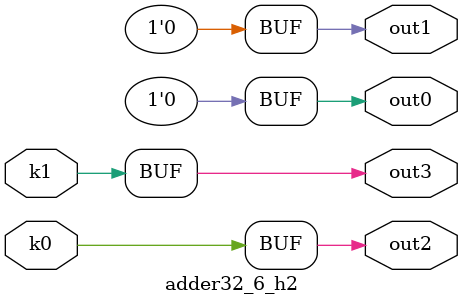
<source format=v>
module adder32_6(pi0, pi1, pi2, pi3, pi4, po0, po1, po2, po3);
input pi0, pi1, pi2, pi3, pi4;
output po0, po1, po2, po3;
wire k0, k1;
adder32_6_w2 DUT1 (pi0, pi1, pi2, pi3, pi4, k0, k1);
adder32_6_h2 DUT2 (k0, k1, po0, po1, po2, po3);
endmodule

module adder32_6_w2(in4, in3, in2, in1, in0, k1, k0);
input in4, in3, in2, in1, in0;
output k1, k0;
assign k0 =   in1 & in3;
assign k1 =   in4 ? (~in2 ^ in0) : (in2 ^ in0);
endmodule

module adder32_6_h2(k1, k0, out3, out2, out1, out0);
input k1, k0;
output out3, out2, out1, out0;
assign out0 = 0;
assign out1 = 0;
assign out2 = k0;
assign out3 = k1;
endmodule

</source>
